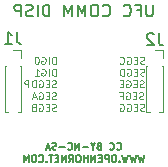
<source format=gbr>
G04 #@! TF.GenerationSoftware,KiCad,Pcbnew,(5.1.9)-1*
G04 #@! TF.CreationDate,2021-02-13T14:42:14-08:00*
G04 #@! TF.ProjectId,ufc_v4_comm,7566635f-7634-45f6-936f-6d6d2e6b6963,rev?*
G04 #@! TF.SameCoordinates,Original*
G04 #@! TF.FileFunction,Legend,Bot*
G04 #@! TF.FilePolarity,Positive*
%FSLAX46Y46*%
G04 Gerber Fmt 4.6, Leading zero omitted, Abs format (unit mm)*
G04 Created by KiCad (PCBNEW (5.1.9)-1) date 2021-02-13 14:42:14*
%MOMM*%
%LPD*%
G01*
G04 APERTURE LIST*
%ADD10C,0.120000*%
%ADD11C,0.150000*%
%ADD12C,0.200000*%
G04 APERTURE END LIST*
D10*
X156576142Y-57668929D02*
X156576142Y-57068929D01*
X156433285Y-57068929D01*
X156347571Y-57097501D01*
X156290428Y-57154643D01*
X156261857Y-57211786D01*
X156233285Y-57326072D01*
X156233285Y-57411786D01*
X156261857Y-57526072D01*
X156290428Y-57583215D01*
X156347571Y-57640358D01*
X156433285Y-57668929D01*
X156576142Y-57668929D01*
X155976142Y-57668929D02*
X155976142Y-57068929D01*
X155376142Y-57097501D02*
X155433285Y-57068929D01*
X155519000Y-57068929D01*
X155604714Y-57097501D01*
X155661857Y-57154643D01*
X155690428Y-57211786D01*
X155719000Y-57326072D01*
X155719000Y-57411786D01*
X155690428Y-57526072D01*
X155661857Y-57583215D01*
X155604714Y-57640358D01*
X155519000Y-57668929D01*
X155461857Y-57668929D01*
X155376142Y-57640358D01*
X155347571Y-57611786D01*
X155347571Y-57411786D01*
X155461857Y-57411786D01*
X154976142Y-57068929D02*
X154919000Y-57068929D01*
X154861857Y-57097501D01*
X154833285Y-57126072D01*
X154804714Y-57183215D01*
X154776142Y-57297501D01*
X154776142Y-57440358D01*
X154804714Y-57554643D01*
X154833285Y-57611786D01*
X154861857Y-57640358D01*
X154919000Y-57668929D01*
X154976142Y-57668929D01*
X155033285Y-57640358D01*
X155061857Y-57611786D01*
X155090428Y-57554643D01*
X155119000Y-57440358D01*
X155119000Y-57297501D01*
X155090428Y-57183215D01*
X155061857Y-57126072D01*
X155033285Y-57097501D01*
X154976142Y-57068929D01*
X156576142Y-58668928D02*
X156576142Y-58068928D01*
X156433285Y-58068928D01*
X156347571Y-58097500D01*
X156290428Y-58154642D01*
X156261857Y-58211785D01*
X156233285Y-58326071D01*
X156233285Y-58411785D01*
X156261857Y-58526071D01*
X156290428Y-58583214D01*
X156347571Y-58640357D01*
X156433285Y-58668928D01*
X156576142Y-58668928D01*
X155976142Y-58668928D02*
X155976142Y-58068928D01*
X155376142Y-58097500D02*
X155433285Y-58068928D01*
X155519000Y-58068928D01*
X155604714Y-58097500D01*
X155661857Y-58154642D01*
X155690428Y-58211785D01*
X155719000Y-58326071D01*
X155719000Y-58411785D01*
X155690428Y-58526071D01*
X155661857Y-58583214D01*
X155604714Y-58640357D01*
X155519000Y-58668928D01*
X155461857Y-58668928D01*
X155376142Y-58640357D01*
X155347571Y-58611785D01*
X155347571Y-58411785D01*
X155461857Y-58411785D01*
X154776142Y-58668928D02*
X155119000Y-58668928D01*
X154947571Y-58668928D02*
X154947571Y-58068928D01*
X155004714Y-58154642D01*
X155061857Y-58211785D01*
X155119000Y-58240357D01*
X156604714Y-59640358D02*
X156519000Y-59668929D01*
X156376142Y-59668929D01*
X156319000Y-59640358D01*
X156290428Y-59611786D01*
X156261857Y-59554643D01*
X156261857Y-59497501D01*
X156290428Y-59440358D01*
X156319000Y-59411786D01*
X156376142Y-59383215D01*
X156490428Y-59354643D01*
X156547571Y-59326072D01*
X156576142Y-59297501D01*
X156604714Y-59240358D01*
X156604714Y-59183215D01*
X156576142Y-59126072D01*
X156547571Y-59097501D01*
X156490428Y-59068929D01*
X156347571Y-59068929D01*
X156261857Y-59097501D01*
X156004714Y-59354643D02*
X155804714Y-59354643D01*
X155719000Y-59668929D02*
X156004714Y-59668929D01*
X156004714Y-59068929D01*
X155719000Y-59068929D01*
X155147571Y-59097501D02*
X155204714Y-59068929D01*
X155290428Y-59068929D01*
X155376142Y-59097501D01*
X155433285Y-59154643D01*
X155461857Y-59211786D01*
X155490428Y-59326072D01*
X155490428Y-59411786D01*
X155461857Y-59526072D01*
X155433285Y-59583215D01*
X155376142Y-59640358D01*
X155290428Y-59668929D01*
X155233285Y-59668929D01*
X155147571Y-59640358D01*
X155119000Y-59611786D01*
X155119000Y-59411786D01*
X155233285Y-59411786D01*
X154861857Y-59668929D02*
X154861857Y-59068929D01*
X154719000Y-59068929D01*
X154633285Y-59097501D01*
X154576142Y-59154643D01*
X154547571Y-59211786D01*
X154519000Y-59326072D01*
X154519000Y-59411786D01*
X154547571Y-59526072D01*
X154576142Y-59583215D01*
X154633285Y-59640358D01*
X154719000Y-59668929D01*
X154861857Y-59668929D01*
X154261857Y-59668929D02*
X154261857Y-59068929D01*
X154033285Y-59068929D01*
X153976142Y-59097501D01*
X153947571Y-59126072D01*
X153919000Y-59183215D01*
X153919000Y-59268929D01*
X153947571Y-59326072D01*
X153976142Y-59354643D01*
X154033285Y-59383215D01*
X154261857Y-59383215D01*
X156604714Y-60640356D02*
X156519000Y-60668927D01*
X156376142Y-60668927D01*
X156319000Y-60640356D01*
X156290428Y-60611784D01*
X156261857Y-60554641D01*
X156261857Y-60497499D01*
X156290428Y-60440356D01*
X156319000Y-60411784D01*
X156376142Y-60383213D01*
X156490428Y-60354641D01*
X156547571Y-60326070D01*
X156576142Y-60297499D01*
X156604714Y-60240356D01*
X156604714Y-60183213D01*
X156576142Y-60126070D01*
X156547571Y-60097499D01*
X156490428Y-60068927D01*
X156347571Y-60068927D01*
X156261857Y-60097499D01*
X156004714Y-60354641D02*
X155804714Y-60354641D01*
X155719000Y-60668927D02*
X156004714Y-60668927D01*
X156004714Y-60068927D01*
X155719000Y-60068927D01*
X155147571Y-60097499D02*
X155204714Y-60068927D01*
X155290428Y-60068927D01*
X155376142Y-60097499D01*
X155433285Y-60154641D01*
X155461857Y-60211784D01*
X155490428Y-60326070D01*
X155490428Y-60411784D01*
X155461857Y-60526070D01*
X155433285Y-60583213D01*
X155376142Y-60640356D01*
X155290428Y-60668927D01*
X155233285Y-60668927D01*
X155147571Y-60640356D01*
X155119000Y-60611784D01*
X155119000Y-60411784D01*
X155233285Y-60411784D01*
X154890428Y-60497499D02*
X154604714Y-60497499D01*
X154947571Y-60668927D02*
X154747571Y-60068927D01*
X154547571Y-60668927D01*
X156604714Y-61640357D02*
X156519000Y-61668928D01*
X156376142Y-61668928D01*
X156319000Y-61640357D01*
X156290428Y-61611785D01*
X156261857Y-61554642D01*
X156261857Y-61497500D01*
X156290428Y-61440357D01*
X156319000Y-61411785D01*
X156376142Y-61383214D01*
X156490428Y-61354642D01*
X156547571Y-61326071D01*
X156576142Y-61297500D01*
X156604714Y-61240357D01*
X156604714Y-61183214D01*
X156576142Y-61126071D01*
X156547571Y-61097500D01*
X156490428Y-61068928D01*
X156347571Y-61068928D01*
X156261857Y-61097500D01*
X156004714Y-61354642D02*
X155804714Y-61354642D01*
X155719000Y-61668928D02*
X156004714Y-61668928D01*
X156004714Y-61068928D01*
X155719000Y-61068928D01*
X155147571Y-61097500D02*
X155204714Y-61068928D01*
X155290428Y-61068928D01*
X155376142Y-61097500D01*
X155433285Y-61154642D01*
X155461857Y-61211785D01*
X155490428Y-61326071D01*
X155490428Y-61411785D01*
X155461857Y-61526071D01*
X155433285Y-61583214D01*
X155376142Y-61640357D01*
X155290428Y-61668928D01*
X155233285Y-61668928D01*
X155147571Y-61640357D01*
X155119000Y-61611785D01*
X155119000Y-61411785D01*
X155233285Y-61411785D01*
X154661857Y-61354642D02*
X154576142Y-61383214D01*
X154547571Y-61411785D01*
X154519000Y-61468928D01*
X154519000Y-61554642D01*
X154547571Y-61611785D01*
X154576142Y-61640357D01*
X154633285Y-61668928D01*
X154861857Y-61668928D01*
X154861857Y-61068928D01*
X154661857Y-61068928D01*
X154604714Y-61097500D01*
X154576142Y-61126071D01*
X154547571Y-61183214D01*
X154547571Y-61240357D01*
X154576142Y-61297500D01*
X154604714Y-61326071D01*
X154661857Y-61354642D01*
X154861857Y-61354642D01*
X164075000Y-57640357D02*
X163989285Y-57668928D01*
X163846428Y-57668928D01*
X163789285Y-57640357D01*
X163760714Y-57611785D01*
X163732142Y-57554642D01*
X163732142Y-57497500D01*
X163760714Y-57440357D01*
X163789285Y-57411785D01*
X163846428Y-57383214D01*
X163960714Y-57354642D01*
X164017857Y-57326071D01*
X164046428Y-57297500D01*
X164075000Y-57240357D01*
X164075000Y-57183214D01*
X164046428Y-57126071D01*
X164017857Y-57097500D01*
X163960714Y-57068928D01*
X163817857Y-57068928D01*
X163732142Y-57097500D01*
X163475000Y-57354642D02*
X163275000Y-57354642D01*
X163189285Y-57668928D02*
X163475000Y-57668928D01*
X163475000Y-57068928D01*
X163189285Y-57068928D01*
X162617857Y-57097500D02*
X162675000Y-57068928D01*
X162760714Y-57068928D01*
X162846428Y-57097500D01*
X162903571Y-57154642D01*
X162932142Y-57211785D01*
X162960714Y-57326071D01*
X162960714Y-57411785D01*
X162932142Y-57526071D01*
X162903571Y-57583214D01*
X162846428Y-57640357D01*
X162760714Y-57668928D01*
X162703571Y-57668928D01*
X162617857Y-57640357D01*
X162589285Y-57611785D01*
X162589285Y-57411785D01*
X162703571Y-57411785D01*
X161989285Y-57611785D02*
X162017857Y-57640357D01*
X162103571Y-57668928D01*
X162160714Y-57668928D01*
X162246428Y-57640357D01*
X162303571Y-57583214D01*
X162332142Y-57526071D01*
X162360714Y-57411785D01*
X162360714Y-57326071D01*
X162332142Y-57211785D01*
X162303571Y-57154642D01*
X162246428Y-57097500D01*
X162160714Y-57068928D01*
X162103571Y-57068928D01*
X162017857Y-57097500D01*
X161989285Y-57126071D01*
X164075000Y-58640357D02*
X163989285Y-58668928D01*
X163846428Y-58668928D01*
X163789285Y-58640357D01*
X163760714Y-58611785D01*
X163732142Y-58554642D01*
X163732142Y-58497500D01*
X163760714Y-58440357D01*
X163789285Y-58411785D01*
X163846428Y-58383214D01*
X163960714Y-58354642D01*
X164017857Y-58326071D01*
X164046428Y-58297500D01*
X164075000Y-58240357D01*
X164075000Y-58183214D01*
X164046428Y-58126071D01*
X164017857Y-58097500D01*
X163960714Y-58068928D01*
X163817857Y-58068928D01*
X163732142Y-58097500D01*
X163475000Y-58354642D02*
X163275000Y-58354642D01*
X163189285Y-58668928D02*
X163475000Y-58668928D01*
X163475000Y-58068928D01*
X163189285Y-58068928D01*
X162617857Y-58097500D02*
X162675000Y-58068928D01*
X162760714Y-58068928D01*
X162846428Y-58097500D01*
X162903571Y-58154642D01*
X162932142Y-58211785D01*
X162960714Y-58326071D01*
X162960714Y-58411785D01*
X162932142Y-58526071D01*
X162903571Y-58583214D01*
X162846428Y-58640357D01*
X162760714Y-58668928D01*
X162703571Y-58668928D01*
X162617857Y-58640357D01*
X162589285Y-58611785D01*
X162589285Y-58411785D01*
X162703571Y-58411785D01*
X162332142Y-58668928D02*
X162332142Y-58068928D01*
X162189285Y-58068928D01*
X162103571Y-58097500D01*
X162046428Y-58154642D01*
X162017857Y-58211785D01*
X161989285Y-58326071D01*
X161989285Y-58411785D01*
X162017857Y-58526071D01*
X162046428Y-58583214D01*
X162103571Y-58640357D01*
X162189285Y-58668928D01*
X162332142Y-58668928D01*
X164017857Y-59640357D02*
X163932142Y-59668928D01*
X163789285Y-59668928D01*
X163732142Y-59640357D01*
X163703571Y-59611785D01*
X163675000Y-59554642D01*
X163675000Y-59497500D01*
X163703571Y-59440357D01*
X163732142Y-59411785D01*
X163789285Y-59383214D01*
X163903571Y-59354642D01*
X163960714Y-59326071D01*
X163989285Y-59297500D01*
X164017857Y-59240357D01*
X164017857Y-59183214D01*
X163989285Y-59126071D01*
X163960714Y-59097500D01*
X163903571Y-59068928D01*
X163760714Y-59068928D01*
X163675000Y-59097500D01*
X163417857Y-59354642D02*
X163217857Y-59354642D01*
X163132142Y-59668928D02*
X163417857Y-59668928D01*
X163417857Y-59068928D01*
X163132142Y-59068928D01*
X162560714Y-59097500D02*
X162617857Y-59068928D01*
X162703571Y-59068928D01*
X162789285Y-59097500D01*
X162846428Y-59154642D01*
X162875000Y-59211785D01*
X162903571Y-59326071D01*
X162903571Y-59411785D01*
X162875000Y-59526071D01*
X162846428Y-59583214D01*
X162789285Y-59640357D01*
X162703571Y-59668928D01*
X162646428Y-59668928D01*
X162560714Y-59640357D01*
X162532142Y-59611785D01*
X162532142Y-59411785D01*
X162646428Y-59411785D01*
X162275000Y-59354642D02*
X162075000Y-59354642D01*
X161989285Y-59668928D02*
X162275000Y-59668928D01*
X162275000Y-59068928D01*
X161989285Y-59068928D01*
X163989285Y-60640357D02*
X163903571Y-60668928D01*
X163760714Y-60668928D01*
X163703571Y-60640357D01*
X163675000Y-60611785D01*
X163646428Y-60554642D01*
X163646428Y-60497500D01*
X163675000Y-60440357D01*
X163703571Y-60411785D01*
X163760714Y-60383214D01*
X163875000Y-60354642D01*
X163932142Y-60326071D01*
X163960714Y-60297500D01*
X163989285Y-60240357D01*
X163989285Y-60183214D01*
X163960714Y-60126071D01*
X163932142Y-60097500D01*
X163875000Y-60068928D01*
X163732142Y-60068928D01*
X163646428Y-60097500D01*
X163389285Y-60354642D02*
X163189285Y-60354642D01*
X163103571Y-60668928D02*
X163389285Y-60668928D01*
X163389285Y-60068928D01*
X163103571Y-60068928D01*
X162532142Y-60097500D02*
X162589285Y-60068928D01*
X162675000Y-60068928D01*
X162760714Y-60097500D01*
X162817857Y-60154642D01*
X162846428Y-60211785D01*
X162875000Y-60326071D01*
X162875000Y-60411785D01*
X162846428Y-60526071D01*
X162817857Y-60583214D01*
X162760714Y-60640357D01*
X162675000Y-60668928D01*
X162617857Y-60668928D01*
X162532142Y-60640357D01*
X162503571Y-60611785D01*
X162503571Y-60411785D01*
X162617857Y-60411785D01*
X162046428Y-60354642D02*
X162246428Y-60354642D01*
X162246428Y-60668928D02*
X162246428Y-60068928D01*
X161960714Y-60068928D01*
X164075000Y-61640357D02*
X163989285Y-61668928D01*
X163846428Y-61668928D01*
X163789285Y-61640357D01*
X163760714Y-61611785D01*
X163732142Y-61554642D01*
X163732142Y-61497500D01*
X163760714Y-61440357D01*
X163789285Y-61411785D01*
X163846428Y-61383214D01*
X163960714Y-61354642D01*
X164017857Y-61326071D01*
X164046428Y-61297500D01*
X164075000Y-61240357D01*
X164075000Y-61183214D01*
X164046428Y-61126071D01*
X164017857Y-61097500D01*
X163960714Y-61068928D01*
X163817857Y-61068928D01*
X163732142Y-61097500D01*
X163475000Y-61354642D02*
X163275000Y-61354642D01*
X163189285Y-61668928D02*
X163475000Y-61668928D01*
X163475000Y-61068928D01*
X163189285Y-61068928D01*
X162617857Y-61097500D02*
X162675000Y-61068928D01*
X162760714Y-61068928D01*
X162846428Y-61097500D01*
X162903571Y-61154642D01*
X162932142Y-61211785D01*
X162960714Y-61326071D01*
X162960714Y-61411785D01*
X162932142Y-61526071D01*
X162903571Y-61583214D01*
X162846428Y-61640357D01*
X162760714Y-61668928D01*
X162703571Y-61668928D01*
X162617857Y-61640357D01*
X162589285Y-61611785D01*
X162589285Y-61411785D01*
X162703571Y-61411785D01*
X162017857Y-61097500D02*
X162075000Y-61068928D01*
X162160714Y-61068928D01*
X162246428Y-61097500D01*
X162303571Y-61154642D01*
X162332142Y-61211785D01*
X162360714Y-61326071D01*
X162360714Y-61411785D01*
X162332142Y-61526071D01*
X162303571Y-61583214D01*
X162246428Y-61640357D01*
X162160714Y-61668928D01*
X162103571Y-61668928D01*
X162017857Y-61640357D01*
X161989285Y-61611785D01*
X161989285Y-61411785D01*
X162103571Y-61411785D01*
D11*
X161745000Y-64879285D02*
X161773571Y-64907857D01*
X161859285Y-64936428D01*
X161916428Y-64936428D01*
X162002142Y-64907857D01*
X162059285Y-64850714D01*
X162087857Y-64793571D01*
X162116428Y-64679285D01*
X162116428Y-64593571D01*
X162087857Y-64479285D01*
X162059285Y-64422142D01*
X162002142Y-64365000D01*
X161916428Y-64336428D01*
X161859285Y-64336428D01*
X161773571Y-64365000D01*
X161745000Y-64393571D01*
X161145000Y-64879285D02*
X161173571Y-64907857D01*
X161259285Y-64936428D01*
X161316428Y-64936428D01*
X161402142Y-64907857D01*
X161459285Y-64850714D01*
X161487857Y-64793571D01*
X161516428Y-64679285D01*
X161516428Y-64593571D01*
X161487857Y-64479285D01*
X161459285Y-64422142D01*
X161402142Y-64365000D01*
X161316428Y-64336428D01*
X161259285Y-64336428D01*
X161173571Y-64365000D01*
X161145000Y-64393571D01*
X160230714Y-64622142D02*
X160145000Y-64650714D01*
X160116428Y-64679285D01*
X160087857Y-64736428D01*
X160087857Y-64822142D01*
X160116428Y-64879285D01*
X160145000Y-64907857D01*
X160202142Y-64936428D01*
X160430714Y-64936428D01*
X160430714Y-64336428D01*
X160230714Y-64336428D01*
X160173571Y-64365000D01*
X160145000Y-64393571D01*
X160116428Y-64450714D01*
X160116428Y-64507857D01*
X160145000Y-64565000D01*
X160173571Y-64593571D01*
X160230714Y-64622142D01*
X160430714Y-64622142D01*
X159716428Y-64650714D02*
X159716428Y-64936428D01*
X159916428Y-64336428D02*
X159716428Y-64650714D01*
X159516428Y-64336428D01*
X159316428Y-64707857D02*
X158859285Y-64707857D01*
X158573571Y-64936428D02*
X158573571Y-64336428D01*
X158230714Y-64936428D01*
X158230714Y-64336428D01*
X157602142Y-64879285D02*
X157630714Y-64907857D01*
X157716428Y-64936428D01*
X157773571Y-64936428D01*
X157859285Y-64907857D01*
X157916428Y-64850714D01*
X157945000Y-64793571D01*
X157973571Y-64679285D01*
X157973571Y-64593571D01*
X157945000Y-64479285D01*
X157916428Y-64422142D01*
X157859285Y-64365000D01*
X157773571Y-64336428D01*
X157716428Y-64336428D01*
X157630714Y-64365000D01*
X157602142Y-64393571D01*
X157345000Y-64707857D02*
X156887857Y-64707857D01*
X156630714Y-64907857D02*
X156545000Y-64936428D01*
X156402142Y-64936428D01*
X156345000Y-64907857D01*
X156316428Y-64879285D01*
X156287857Y-64822142D01*
X156287857Y-64765000D01*
X156316428Y-64707857D01*
X156345000Y-64679285D01*
X156402142Y-64650714D01*
X156516428Y-64622142D01*
X156573571Y-64593571D01*
X156602142Y-64565000D01*
X156630714Y-64507857D01*
X156630714Y-64450714D01*
X156602142Y-64393571D01*
X156573571Y-64365000D01*
X156516428Y-64336428D01*
X156373571Y-64336428D01*
X156287857Y-64365000D01*
X156059285Y-64765000D02*
X155773571Y-64765000D01*
X156116428Y-64936428D02*
X155916428Y-64336428D01*
X155716428Y-64936428D01*
X164073571Y-65386428D02*
X163930714Y-65986428D01*
X163816428Y-65557857D01*
X163702142Y-65986428D01*
X163559285Y-65386428D01*
X163387857Y-65386428D02*
X163245000Y-65986428D01*
X163130714Y-65557857D01*
X163016428Y-65986428D01*
X162873571Y-65386428D01*
X162702142Y-65386428D02*
X162559285Y-65986428D01*
X162445000Y-65557857D01*
X162330714Y-65986428D01*
X162187857Y-65386428D01*
X161959285Y-65929285D02*
X161930714Y-65957857D01*
X161959285Y-65986428D01*
X161987857Y-65957857D01*
X161959285Y-65929285D01*
X161959285Y-65986428D01*
X161559285Y-65386428D02*
X161445000Y-65386428D01*
X161387857Y-65415000D01*
X161330714Y-65472142D01*
X161302142Y-65586428D01*
X161302142Y-65786428D01*
X161330714Y-65900714D01*
X161387857Y-65957857D01*
X161445000Y-65986428D01*
X161559285Y-65986428D01*
X161616428Y-65957857D01*
X161673571Y-65900714D01*
X161702142Y-65786428D01*
X161702142Y-65586428D01*
X161673571Y-65472142D01*
X161616428Y-65415000D01*
X161559285Y-65386428D01*
X161045000Y-65986428D02*
X161045000Y-65386428D01*
X160816428Y-65386428D01*
X160759285Y-65415000D01*
X160730714Y-65443571D01*
X160702142Y-65500714D01*
X160702142Y-65586428D01*
X160730714Y-65643571D01*
X160759285Y-65672142D01*
X160816428Y-65700714D01*
X161045000Y-65700714D01*
X160445000Y-65672142D02*
X160245000Y-65672142D01*
X160159285Y-65986428D02*
X160445000Y-65986428D01*
X160445000Y-65386428D01*
X160159285Y-65386428D01*
X159902142Y-65986428D02*
X159902142Y-65386428D01*
X159559285Y-65986428D01*
X159559285Y-65386428D01*
X159273571Y-65986428D02*
X159273571Y-65386428D01*
X159273571Y-65672142D02*
X158930714Y-65672142D01*
X158930714Y-65986428D02*
X158930714Y-65386428D01*
X158530714Y-65386428D02*
X158416428Y-65386428D01*
X158359285Y-65415000D01*
X158302142Y-65472142D01*
X158273571Y-65586428D01*
X158273571Y-65786428D01*
X158302142Y-65900714D01*
X158359285Y-65957857D01*
X158416428Y-65986428D01*
X158530714Y-65986428D01*
X158587857Y-65957857D01*
X158645000Y-65900714D01*
X158673571Y-65786428D01*
X158673571Y-65586428D01*
X158645000Y-65472142D01*
X158587857Y-65415000D01*
X158530714Y-65386428D01*
X157673571Y-65986428D02*
X157873571Y-65700714D01*
X158016428Y-65986428D02*
X158016428Y-65386428D01*
X157787857Y-65386428D01*
X157730714Y-65415000D01*
X157702142Y-65443571D01*
X157673571Y-65500714D01*
X157673571Y-65586428D01*
X157702142Y-65643571D01*
X157730714Y-65672142D01*
X157787857Y-65700714D01*
X158016428Y-65700714D01*
X157416428Y-65986428D02*
X157416428Y-65386428D01*
X157073571Y-65986428D01*
X157073571Y-65386428D01*
X156787857Y-65672142D02*
X156587857Y-65672142D01*
X156502142Y-65986428D02*
X156787857Y-65986428D01*
X156787857Y-65386428D01*
X156502142Y-65386428D01*
X156330714Y-65386428D02*
X155987857Y-65386428D01*
X156159285Y-65986428D02*
X156159285Y-65386428D01*
X155787857Y-65929285D02*
X155759285Y-65957857D01*
X155787857Y-65986428D01*
X155816428Y-65957857D01*
X155787857Y-65929285D01*
X155787857Y-65986428D01*
X155159285Y-65929285D02*
X155187857Y-65957857D01*
X155273571Y-65986428D01*
X155330714Y-65986428D01*
X155416428Y-65957857D01*
X155473571Y-65900714D01*
X155502142Y-65843571D01*
X155530714Y-65729285D01*
X155530714Y-65643571D01*
X155502142Y-65529285D01*
X155473571Y-65472142D01*
X155416428Y-65415000D01*
X155330714Y-65386428D01*
X155273571Y-65386428D01*
X155187857Y-65415000D01*
X155159285Y-65443571D01*
X154787857Y-65386428D02*
X154673571Y-65386428D01*
X154616428Y-65415000D01*
X154559285Y-65472142D01*
X154530714Y-65586428D01*
X154530714Y-65786428D01*
X154559285Y-65900714D01*
X154616428Y-65957857D01*
X154673571Y-65986428D01*
X154787857Y-65986428D01*
X154845000Y-65957857D01*
X154902142Y-65900714D01*
X154930714Y-65786428D01*
X154930714Y-65586428D01*
X154902142Y-65472142D01*
X154845000Y-65415000D01*
X154787857Y-65386428D01*
X154273571Y-65986428D02*
X154273571Y-65386428D01*
X154073571Y-65815000D01*
X153873571Y-65386428D01*
X153873571Y-65986428D01*
D12*
X164802142Y-52642380D02*
X164802142Y-53451904D01*
X164754523Y-53547142D01*
X164706904Y-53594761D01*
X164611666Y-53642380D01*
X164421190Y-53642380D01*
X164325952Y-53594761D01*
X164278333Y-53547142D01*
X164230714Y-53451904D01*
X164230714Y-52642380D01*
X163421190Y-53118571D02*
X163754523Y-53118571D01*
X163754523Y-53642380D02*
X163754523Y-52642380D01*
X163278333Y-52642380D01*
X162325952Y-53547142D02*
X162373571Y-53594761D01*
X162516428Y-53642380D01*
X162611666Y-53642380D01*
X162754523Y-53594761D01*
X162849761Y-53499523D01*
X162897380Y-53404285D01*
X162945000Y-53213809D01*
X162945000Y-53070952D01*
X162897380Y-52880476D01*
X162849761Y-52785238D01*
X162754523Y-52690000D01*
X162611666Y-52642380D01*
X162516428Y-52642380D01*
X162373571Y-52690000D01*
X162325952Y-52737619D01*
X160564047Y-53547142D02*
X160611666Y-53594761D01*
X160754523Y-53642380D01*
X160849761Y-53642380D01*
X160992619Y-53594761D01*
X161087857Y-53499523D01*
X161135476Y-53404285D01*
X161183095Y-53213809D01*
X161183095Y-53070952D01*
X161135476Y-52880476D01*
X161087857Y-52785238D01*
X160992619Y-52690000D01*
X160849761Y-52642380D01*
X160754523Y-52642380D01*
X160611666Y-52690000D01*
X160564047Y-52737619D01*
X159945000Y-52642380D02*
X159754523Y-52642380D01*
X159659285Y-52690000D01*
X159564047Y-52785238D01*
X159516428Y-52975714D01*
X159516428Y-53309047D01*
X159564047Y-53499523D01*
X159659285Y-53594761D01*
X159754523Y-53642380D01*
X159945000Y-53642380D01*
X160040238Y-53594761D01*
X160135476Y-53499523D01*
X160183095Y-53309047D01*
X160183095Y-52975714D01*
X160135476Y-52785238D01*
X160040238Y-52690000D01*
X159945000Y-52642380D01*
X159087857Y-53642380D02*
X159087857Y-52642380D01*
X158754523Y-53356666D01*
X158421190Y-52642380D01*
X158421190Y-53642380D01*
X157945000Y-53642380D02*
X157945000Y-52642380D01*
X157611666Y-53356666D01*
X157278333Y-52642380D01*
X157278333Y-53642380D01*
X156040238Y-53642380D02*
X156040238Y-52642380D01*
X155802142Y-52642380D01*
X155659285Y-52690000D01*
X155564047Y-52785238D01*
X155516428Y-52880476D01*
X155468809Y-53070952D01*
X155468809Y-53213809D01*
X155516428Y-53404285D01*
X155564047Y-53499523D01*
X155659285Y-53594761D01*
X155802142Y-53642380D01*
X156040238Y-53642380D01*
X155040238Y-53642380D02*
X155040238Y-52642380D01*
X154611666Y-53594761D02*
X154468809Y-53642380D01*
X154230714Y-53642380D01*
X154135476Y-53594761D01*
X154087857Y-53547142D01*
X154040238Y-53451904D01*
X154040238Y-53356666D01*
X154087857Y-53261428D01*
X154135476Y-53213809D01*
X154230714Y-53166190D01*
X154421190Y-53118571D01*
X154516428Y-53070952D01*
X154564047Y-53023333D01*
X154611666Y-52928095D01*
X154611666Y-52832857D01*
X154564047Y-52737619D01*
X154516428Y-52690000D01*
X154421190Y-52642380D01*
X154183095Y-52642380D01*
X154040238Y-52690000D01*
X153611666Y-53642380D02*
X153611666Y-52642380D01*
X153230714Y-52642380D01*
X153135476Y-52690000D01*
X153087857Y-52737619D01*
X153040238Y-52832857D01*
X153040238Y-52975714D01*
X153087857Y-53070952D01*
X153135476Y-53118571D01*
X153230714Y-53166190D01*
X153611666Y-53166190D01*
D10*
X153640000Y-56505000D02*
X152945000Y-56505000D01*
X153640000Y-57190000D02*
X153640000Y-56505000D01*
X152336724Y-57875000D02*
X152250000Y-57875000D01*
X153640000Y-57875000D02*
X153553276Y-57875000D01*
X152250000Y-57875000D02*
X152250000Y-61750000D01*
X153640000Y-57875000D02*
X153640000Y-61750000D01*
X152550507Y-61750000D02*
X152250000Y-61750000D01*
X153640000Y-61750000D02*
X153339493Y-61750000D01*
X165640000Y-61750000D02*
X165339493Y-61750000D01*
X164550507Y-61750000D02*
X164250000Y-61750000D01*
X165640000Y-57875000D02*
X165640000Y-61750000D01*
X164250000Y-57875000D02*
X164250000Y-61750000D01*
X165640000Y-57875000D02*
X165553276Y-57875000D01*
X164336724Y-57875000D02*
X164250000Y-57875000D01*
X165640000Y-57190000D02*
X165640000Y-56505000D01*
X165640000Y-56505000D02*
X164945000Y-56505000D01*
D11*
X153278333Y-54947380D02*
X153278333Y-55661666D01*
X153325952Y-55804523D01*
X153421190Y-55899761D01*
X153564047Y-55947380D01*
X153659285Y-55947380D01*
X152278333Y-55947380D02*
X152849761Y-55947380D01*
X152564047Y-55947380D02*
X152564047Y-54947380D01*
X152659285Y-55090238D01*
X152754523Y-55185476D01*
X152849761Y-55233095D01*
X165278333Y-55082380D02*
X165278333Y-55796666D01*
X165325952Y-55939523D01*
X165421190Y-56034761D01*
X165564047Y-56082380D01*
X165659285Y-56082380D01*
X164849761Y-55177619D02*
X164802142Y-55130000D01*
X164706904Y-55082380D01*
X164468809Y-55082380D01*
X164373571Y-55130000D01*
X164325952Y-55177619D01*
X164278333Y-55272857D01*
X164278333Y-55368095D01*
X164325952Y-55510952D01*
X164897380Y-56082380D01*
X164278333Y-56082380D01*
M02*

</source>
